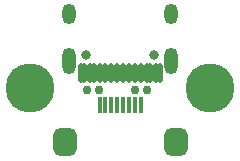
<source format=gts>
G04*
G04 #@! TF.GenerationSoftware,Altium Limited,Altium Designer,22.0.2 (36)*
G04*
G04 Layer_Color=8388736*
%FSLAX25Y25*%
%MOIN*%
G70*
G04*
G04 #@! TF.SameCoordinates,E213EF3E-3606-43F0-864D-A49EEA771394*
G04*
G04*
G04 #@! TF.FilePolarity,Negative*
G04*
G01*
G75*
G04:AMPARAMS|DCode=17|XSize=92mil|YSize=78mil|CornerRadius=21mil|HoleSize=0mil|Usage=FLASHONLY|Rotation=270.000|XOffset=0mil|YOffset=0mil|HoleType=Round|Shape=RoundedRectangle|*
%AMROUNDEDRECTD17*
21,1,0.09200,0.03600,0,0,270.0*
21,1,0.05000,0.07800,0,0,270.0*
1,1,0.04200,-0.01800,-0.02500*
1,1,0.04200,-0.01800,0.02500*
1,1,0.04200,0.01800,0.02500*
1,1,0.04200,0.01800,-0.02500*
%
%ADD17ROUNDEDRECTD17*%
G04:AMPARAMS|DCode=18|XSize=56mil|YSize=16mil|CornerRadius=5.5mil|HoleSize=0mil|Usage=FLASHONLY|Rotation=90.000|XOffset=0mil|YOffset=0mil|HoleType=Round|Shape=RoundedRectangle|*
%AMROUNDEDRECTD18*
21,1,0.05600,0.00500,0,0,90.0*
21,1,0.04500,0.01600,0,0,90.0*
1,1,0.01100,0.00250,0.02250*
1,1,0.01100,0.00250,-0.02250*
1,1,0.01100,-0.00250,-0.02250*
1,1,0.01100,-0.00250,0.02250*
%
%ADD18ROUNDEDRECTD18*%
G04:AMPARAMS|DCode=19|XSize=65.06mil|YSize=17.81mil|CornerRadius=5.95mil|HoleSize=0mil|Usage=FLASHONLY|Rotation=270.000|XOffset=0mil|YOffset=0mil|HoleType=Round|Shape=RoundedRectangle|*
%AMROUNDEDRECTD19*
21,1,0.06506,0.00591,0,0,270.0*
21,1,0.05315,0.01781,0,0,270.0*
1,1,0.01191,-0.00295,-0.02657*
1,1,0.01191,-0.00295,0.02657*
1,1,0.01191,0.00295,0.02657*
1,1,0.01191,0.00295,-0.02657*
%
%ADD19ROUNDEDRECTD19*%
G04:AMPARAMS|DCode=20|XSize=26mil|YSize=26mil|CornerRadius=8mil|HoleSize=0mil|Usage=FLASHONLY|Rotation=90.000|XOffset=0mil|YOffset=0mil|HoleType=Round|Shape=RoundedRectangle|*
%AMROUNDEDRECTD20*
21,1,0.02600,0.01000,0,0,90.0*
21,1,0.01000,0.02600,0,0,90.0*
1,1,0.01600,0.00500,0.00500*
1,1,0.01600,0.00500,-0.00500*
1,1,0.01600,-0.00500,-0.00500*
1,1,0.01600,-0.00500,0.00500*
%
%ADD20ROUNDEDRECTD20*%
%ADD21C,0.16348*%
%ADD22O,0.04537X0.08868*%
%ADD23O,0.04537X0.06899*%
%ADD24C,0.03159*%
D17*
X18563Y-16000D02*
D03*
X-18563D02*
D03*
D18*
X6890Y-3600D02*
D03*
X4921D02*
D03*
X2953D02*
D03*
X984D02*
D03*
X-984D02*
D03*
X-2953D02*
D03*
X-4921D02*
D03*
X-6890D02*
D03*
D19*
X13189Y7079D02*
D03*
X12008D02*
D03*
X10039D02*
D03*
X8858D02*
D03*
X6890D02*
D03*
X4921D02*
D03*
X2953D02*
D03*
X984D02*
D03*
X-984D02*
D03*
X-2953D02*
D03*
X-4921D02*
D03*
X-6890D02*
D03*
X-8858D02*
D03*
X-10039D02*
D03*
X-12008D02*
D03*
X-13189D02*
D03*
D20*
X5000Y1500D02*
D03*
X9000D02*
D03*
X-11000D02*
D03*
X-7000D02*
D03*
D21*
X-30000Y2000D02*
D03*
X30000D02*
D03*
D22*
X17028Y11173D02*
D03*
X-17028D02*
D03*
D23*
X17028Y26921D02*
D03*
X-17028D02*
D03*
D24*
X-11378Y13142D02*
D03*
X11378D02*
D03*
M02*

</source>
